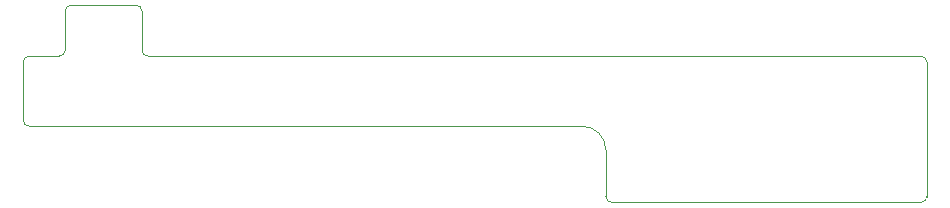
<source format=gbr>
%TF.GenerationSoftware,KiCad,Pcbnew,(6.0.6-0)*%
%TF.CreationDate,2022-09-10T00:16:47-07:00*%
%TF.ProjectId,Battery Extension PCB,42617474-6572-4792-9045-7874656e7369,rev?*%
%TF.SameCoordinates,Original*%
%TF.FileFunction,Profile,NP*%
%FSLAX46Y46*%
G04 Gerber Fmt 4.6, Leading zero omitted, Abs format (unit mm)*
G04 Created by KiCad (PCBNEW (6.0.6-0)) date 2022-09-10 00:16:47*
%MOMM*%
%LPD*%
G01*
G04 APERTURE LIST*
%TA.AperFunction,Profile*%
%ADD10C,0.100000*%
%TD*%
G04 APERTURE END LIST*
D10*
X66794540Y-68376800D02*
X69356431Y-68376800D01*
X69411412Y-74322228D02*
X66794540Y-74322228D01*
X70356431Y-64066270D02*
X75851586Y-64066270D01*
X70356431Y-64066331D02*
G75*
G03*
X69856431Y-64566270I-31J-499969D01*
G01*
X142799700Y-68876800D02*
G75*
G03*
X142299615Y-68376800I-500000J0D01*
G01*
X115625445Y-80273967D02*
X115625445Y-76322228D01*
X69356431Y-68376831D02*
G75*
G03*
X69856431Y-67876800I-31J500031D01*
G01*
X76851586Y-68376800D02*
X142299615Y-68376800D01*
X115625372Y-76322228D02*
G75*
G03*
X113625445Y-74322228I-1999972J28D01*
G01*
X69856431Y-67876800D02*
X69856431Y-64566270D01*
X76351586Y-64566270D02*
X76351586Y-67876800D01*
X115625433Y-80273967D02*
G75*
G03*
X116125445Y-80773967I499967J-33D01*
G01*
X76351600Y-67876800D02*
G75*
G03*
X76851586Y-68376800I500000J0D01*
G01*
X66294472Y-73822228D02*
G75*
G03*
X66794540Y-74322228I500028J28D01*
G01*
X113625445Y-74322228D02*
X69411412Y-74322228D01*
X66794540Y-68376840D02*
G75*
G03*
X66294540Y-68876800I-40J-499960D01*
G01*
X142299615Y-80774015D02*
G75*
G03*
X142799615Y-80273967I-115J500115D01*
G01*
X142799615Y-68876800D02*
X142799615Y-80273967D01*
X76351630Y-64566270D02*
G75*
G03*
X75851586Y-64066270I-500030J-30D01*
G01*
X142299615Y-80773967D02*
X116125445Y-80773967D01*
X66294540Y-73822228D02*
X66294540Y-68876800D01*
M02*

</source>
